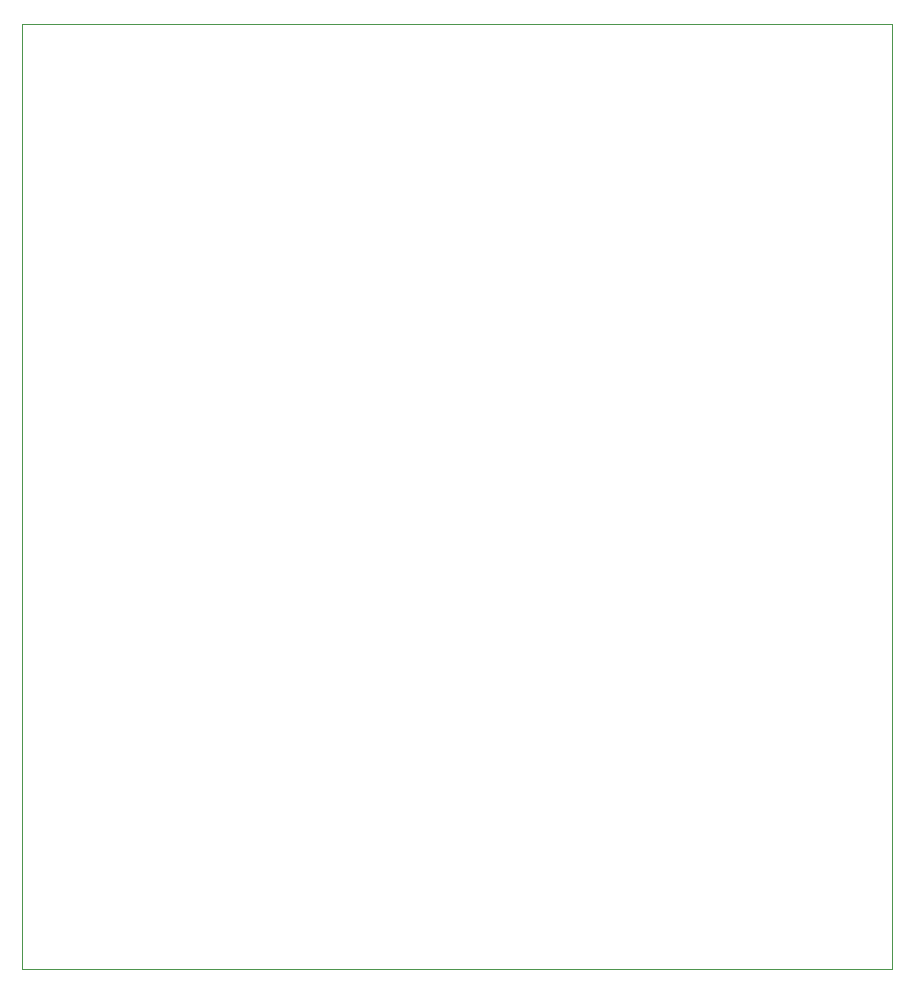
<source format=gbr>
%TF.GenerationSoftware,KiCad,Pcbnew,5.1.9-73d0e3b20d~88~ubuntu18.04.1*%
%TF.CreationDate,2021-08-18T08:01:23-04:00*%
%TF.ProjectId,spdif-decoder,73706469-662d-4646-9563-6f6465722e6b,rev?*%
%TF.SameCoordinates,Original*%
%TF.FileFunction,Profile,NP*%
%FSLAX46Y46*%
G04 Gerber Fmt 4.6, Leading zero omitted, Abs format (unit mm)*
G04 Created by KiCad (PCBNEW 5.1.9-73d0e3b20d~88~ubuntu18.04.1) date 2021-08-18 08:01:23*
%MOMM*%
%LPD*%
G01*
G04 APERTURE LIST*
%TA.AperFunction,Profile*%
%ADD10C,0.100000*%
%TD*%
G04 APERTURE END LIST*
D10*
X118110000Y-71120000D02*
X118110000Y-151130000D01*
X44450000Y-71120000D02*
X118110000Y-71120000D01*
X44450000Y-151130000D02*
X44450000Y-71120000D01*
X118110000Y-151130000D02*
X44450000Y-151130000D01*
M02*

</source>
